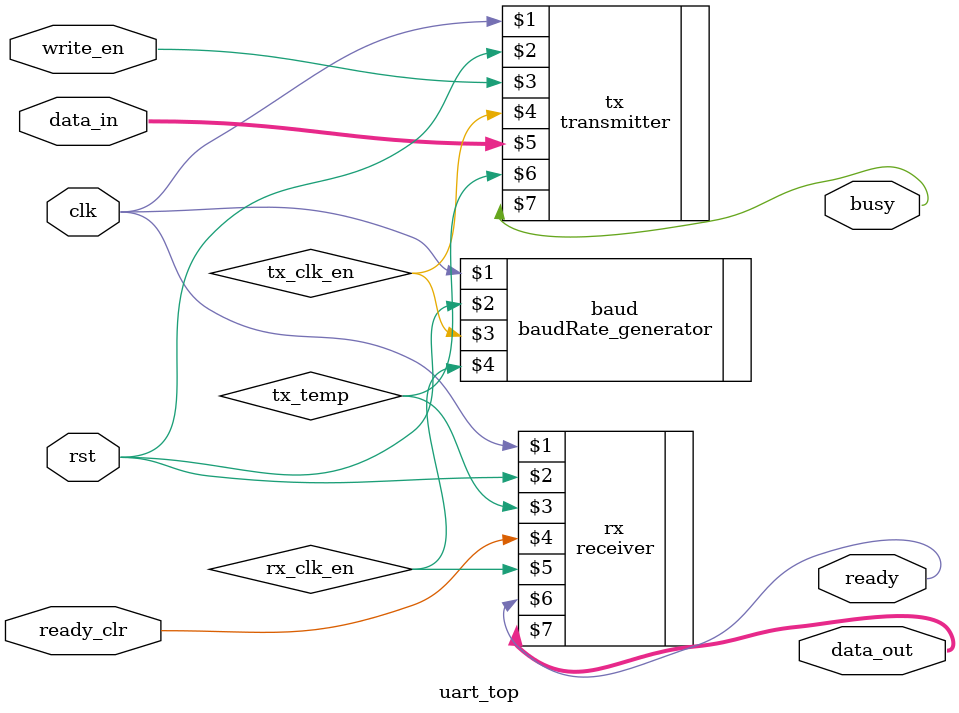
<source format=v>
module uart_top (
    input clk, rst, write_en, ready_clr,
    input [7:0] data_in,
    output ready, busy,
    output [7:0] data_out
);

wire rx_clk_en;
wire tx_clk_en;
wire tx_temp;

baudRate_generator baud(clk, rst, tx_clk_en, rx_clk_en);
transmitter tx(clk, rst, write_en, tx_clk_en, data_in, tx_temp, busy);
receiver rx(clk, rst, tx_temp, ready_clr, rx_clk_en, ready, data_out);

endmodule
</source>
